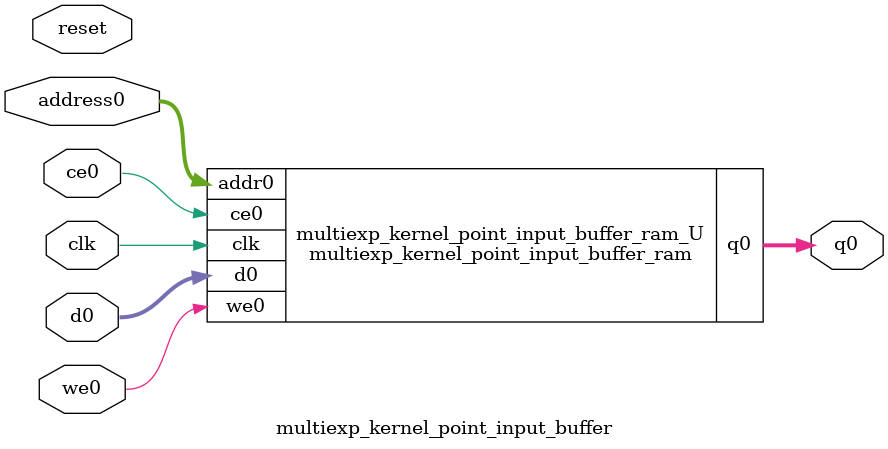
<source format=v>
`timescale 1 ns / 1 ps
module multiexp_kernel_point_input_buffer_ram (addr0, ce0, d0, we0, q0,  clk);

parameter DWIDTH = 32;
parameter AWIDTH = 13;
parameter MEM_SIZE = 8192;

input[AWIDTH-1:0] addr0;
input ce0;
input[DWIDTH-1:0] d0;
input we0;
output reg[DWIDTH-1:0] q0;
input clk;

(* ram_style = "block" *)reg [DWIDTH-1:0] ram[0:MEM_SIZE-1];




always @(posedge clk)  
begin 
    if (ce0) begin
        if (we0) 
            ram[addr0] <= d0; 
        q0 <= ram[addr0];
    end
end


endmodule

`timescale 1 ns / 1 ps
module multiexp_kernel_point_input_buffer(
    reset,
    clk,
    address0,
    ce0,
    we0,
    d0,
    q0);

parameter DataWidth = 32'd32;
parameter AddressRange = 32'd8192;
parameter AddressWidth = 32'd13;
input reset;
input clk;
input[AddressWidth - 1:0] address0;
input ce0;
input we0;
input[DataWidth - 1:0] d0;
output[DataWidth - 1:0] q0;



multiexp_kernel_point_input_buffer_ram multiexp_kernel_point_input_buffer_ram_U(
    .clk( clk ),
    .addr0( address0 ),
    .ce0( ce0 ),
    .we0( we0 ),
    .d0( d0 ),
    .q0( q0 ));

endmodule


</source>
